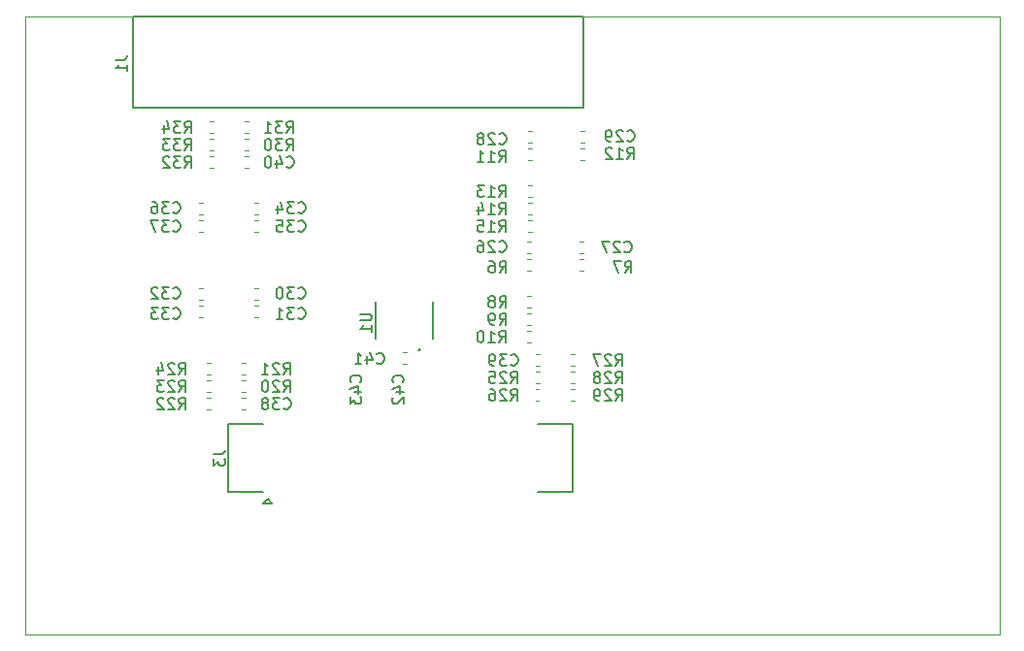
<source format=gbr>
G04 #@! TF.GenerationSoftware,KiCad,Pcbnew,5.1.5-52549c5~84~ubuntu18.04.1*
G04 #@! TF.CreationDate,2020-02-13T10:06:29-08:00*
G04 #@! TF.ProjectId,EthernetBoard,45746865-726e-4657-9442-6f6172642e6b,A*
G04 #@! TF.SameCoordinates,PX5f5e100PY5f5e100*
G04 #@! TF.FileFunction,Legend,Bot*
G04 #@! TF.FilePolarity,Positive*
%FSLAX46Y46*%
G04 Gerber Fmt 4.6, Leading zero omitted, Abs format (unit mm)*
G04 Created by KiCad (PCBNEW 5.1.5-52549c5~84~ubuntu18.04.1) date 2020-02-13 10:06:29*
%MOMM*%
%LPD*%
G04 APERTURE LIST*
%ADD10C,0.100000*%
%ADD11C,0.254000*%
%ADD12C,0.200000*%
%ADD13C,0.120000*%
%ADD14C,0.152400*%
%ADD15C,0.150000*%
%ADD16C,0.153000*%
G04 APERTURE END LIST*
D10*
X0Y-54000000D02*
X84999492Y-54000000D01*
X84999492Y0D02*
X84999492Y-54000000D01*
X0Y-54000000D02*
X0Y0D01*
X0Y0D02*
X84999492Y0D01*
D11*
X34422500Y-29106000D02*
G75*
G03X34422500Y-29106000I-52000J0D01*
G01*
D12*
X30583500Y-24943000D02*
X30583500Y-28143000D01*
X35583500Y-28143000D02*
X35583500Y-24943000D01*
D13*
X16418779Y-10162000D02*
X16093221Y-10162000D01*
X16418779Y-9142000D02*
X16093221Y-9142000D01*
X16418779Y-11686000D02*
X16093221Y-11686000D01*
X16418779Y-10666000D02*
X16093221Y-10666000D01*
X16093221Y-12190000D02*
X16418779Y-12190000D01*
X16093221Y-13210000D02*
X16418779Y-13210000D01*
X19141221Y-9142000D02*
X19466779Y-9142000D01*
X19141221Y-10162000D02*
X19466779Y-10162000D01*
X19141221Y-10666000D02*
X19466779Y-10666000D01*
X19141221Y-11686000D02*
X19466779Y-11686000D01*
X47589221Y-32510000D02*
X47914779Y-32510000D01*
X47589221Y-33530000D02*
X47914779Y-33530000D01*
X47589221Y-30986000D02*
X47914779Y-30986000D01*
X47589221Y-32006000D02*
X47914779Y-32006000D01*
X47914779Y-30482000D02*
X47589221Y-30482000D01*
X47914779Y-29462000D02*
X47589221Y-29462000D01*
X44841279Y-33530000D02*
X44515721Y-33530000D01*
X44841279Y-32510000D02*
X44515721Y-32510000D01*
X44866779Y-32006000D02*
X44541221Y-32006000D01*
X44866779Y-30986000D02*
X44541221Y-30986000D01*
X16164779Y-31307500D02*
X15839221Y-31307500D01*
X16164779Y-30287500D02*
X15839221Y-30287500D01*
X16164779Y-32831500D02*
X15839221Y-32831500D01*
X16164779Y-31811500D02*
X15839221Y-31811500D01*
X15839221Y-33335500D02*
X16164779Y-33335500D01*
X15839221Y-34355500D02*
X16164779Y-34355500D01*
X18887221Y-30287500D02*
X19212779Y-30287500D01*
X18887221Y-31307500D02*
X19212779Y-31307500D01*
X18887221Y-31811500D02*
X19212779Y-31811500D01*
X18887221Y-32831500D02*
X19212779Y-32831500D01*
X43906221Y-17778000D02*
X44231779Y-17778000D01*
X43906221Y-18798000D02*
X44231779Y-18798000D01*
X43906221Y-16254000D02*
X44231779Y-16254000D01*
X43906221Y-17274000D02*
X44231779Y-17274000D01*
X43906221Y-14730000D02*
X44231779Y-14730000D01*
X43906221Y-15750000D02*
X44231779Y-15750000D01*
X48478221Y-11555000D02*
X48803779Y-11555000D01*
X48478221Y-12575000D02*
X48803779Y-12575000D01*
X43906221Y-11555000D02*
X44231779Y-11555000D01*
X43906221Y-12575000D02*
X44231779Y-12575000D01*
X43779221Y-27430000D02*
X44104779Y-27430000D01*
X43779221Y-28450000D02*
X44104779Y-28450000D01*
X43779221Y-25906000D02*
X44104779Y-25906000D01*
X43779221Y-26926000D02*
X44104779Y-26926000D01*
X43779221Y-24382000D02*
X44104779Y-24382000D01*
X43779221Y-25402000D02*
X44104779Y-25402000D01*
X48351221Y-21207000D02*
X48676779Y-21207000D01*
X48351221Y-22227000D02*
X48676779Y-22227000D01*
X44104779Y-22227000D02*
X43779221Y-22227000D01*
X44104779Y-21207000D02*
X43779221Y-21207000D01*
X19141221Y-12190000D02*
X19466779Y-12190000D01*
X19141221Y-13210000D02*
X19466779Y-13210000D01*
X44866779Y-30482000D02*
X44541221Y-30482000D01*
X44866779Y-29462000D02*
X44541221Y-29462000D01*
X18887221Y-33335500D02*
X19212779Y-33335500D01*
X18887221Y-34355500D02*
X19212779Y-34355500D01*
X48803779Y-11051000D02*
X48478221Y-11051000D01*
X48803779Y-10031000D02*
X48478221Y-10031000D01*
X43906221Y-10031000D02*
X44231779Y-10031000D01*
X43906221Y-11051000D02*
X44231779Y-11051000D01*
X33258779Y-30304000D02*
X32933221Y-30304000D01*
X33258779Y-29284000D02*
X32933221Y-29284000D01*
X15204221Y-17778000D02*
X15529779Y-17778000D01*
X15204221Y-18798000D02*
X15529779Y-18798000D01*
X15204221Y-16254000D02*
X15529779Y-16254000D01*
X15204221Y-17274000D02*
X15529779Y-17274000D01*
X20355779Y-18798000D02*
X20030221Y-18798000D01*
X20355779Y-17778000D02*
X20030221Y-17778000D01*
X20355779Y-17274000D02*
X20030221Y-17274000D01*
X20355779Y-16254000D02*
X20030221Y-16254000D01*
X15204221Y-25271000D02*
X15529779Y-25271000D01*
X15204221Y-26291000D02*
X15529779Y-26291000D01*
X15204221Y-23747000D02*
X15529779Y-23747000D01*
X15204221Y-24767000D02*
X15529779Y-24767000D01*
X20355779Y-26291000D02*
X20030221Y-26291000D01*
X20355779Y-25271000D02*
X20030221Y-25271000D01*
X20355779Y-24767000D02*
X20030221Y-24767000D01*
X20355779Y-23747000D02*
X20030221Y-23747000D01*
X48676779Y-20703000D02*
X48351221Y-20703000D01*
X48676779Y-19683000D02*
X48351221Y-19683000D01*
X43779221Y-19683000D02*
X44104779Y-19683000D01*
X43779221Y-20703000D02*
X44104779Y-20703000D01*
D14*
X17750000Y-41550000D02*
X17750000Y-35550000D01*
X47750000Y-41550000D02*
X47750000Y-35550000D01*
X47750000Y-41550000D02*
X44750000Y-41550000D01*
X47750000Y-35550000D02*
X44750000Y-35550000D01*
X17750000Y-35550000D02*
X20750000Y-35550000D01*
X17750000Y-41550000D02*
X20750000Y-41550000D01*
X20750000Y-42550000D02*
X21150000Y-42150000D01*
X21150000Y-42150000D02*
X21550000Y-42550000D01*
X21550000Y-42550000D02*
X20750000Y-42550000D01*
D15*
X9400000Y-50000D02*
X48700000Y-50000D01*
X48700000Y-50000D02*
X48700000Y-7950000D01*
X9400000Y-50000D02*
X9400000Y-7950000D01*
X9400000Y-7950000D02*
X48700000Y-7950000D01*
D16*
X29262142Y-31945142D02*
X29309761Y-31897523D01*
X29357380Y-31754666D01*
X29357380Y-31659428D01*
X29309761Y-31516571D01*
X29214523Y-31421333D01*
X29119285Y-31373714D01*
X28928809Y-31326095D01*
X28785952Y-31326095D01*
X28595476Y-31373714D01*
X28500238Y-31421333D01*
X28405000Y-31516571D01*
X28357380Y-31659428D01*
X28357380Y-31754666D01*
X28405000Y-31897523D01*
X28452619Y-31945142D01*
X28690714Y-32802285D02*
X29357380Y-32802285D01*
X28309761Y-32564190D02*
X29024047Y-32326095D01*
X29024047Y-32945142D01*
X28357380Y-33230857D02*
X28357380Y-33849904D01*
X28738333Y-33516571D01*
X28738333Y-33659428D01*
X28785952Y-33754666D01*
X28833571Y-33802285D01*
X28928809Y-33849904D01*
X29166904Y-33849904D01*
X29262142Y-33802285D01*
X29309761Y-33754666D01*
X29357380Y-33659428D01*
X29357380Y-33373714D01*
X29309761Y-33278476D01*
X29262142Y-33230857D01*
X32945142Y-31945142D02*
X32992761Y-31897523D01*
X33040380Y-31754666D01*
X33040380Y-31659428D01*
X32992761Y-31516571D01*
X32897523Y-31421333D01*
X32802285Y-31373714D01*
X32611809Y-31326095D01*
X32468952Y-31326095D01*
X32278476Y-31373714D01*
X32183238Y-31421333D01*
X32088000Y-31516571D01*
X32040380Y-31659428D01*
X32040380Y-31754666D01*
X32088000Y-31897523D01*
X32135619Y-31945142D01*
X32373714Y-32802285D02*
X33040380Y-32802285D01*
X31992761Y-32564190D02*
X32707047Y-32326095D01*
X32707047Y-32945142D01*
X32135619Y-33278476D02*
X32088000Y-33326095D01*
X32040380Y-33421333D01*
X32040380Y-33659428D01*
X32088000Y-33754666D01*
X32135619Y-33802285D01*
X32230857Y-33849904D01*
X32326095Y-33849904D01*
X32468952Y-33802285D01*
X33040380Y-33230857D01*
X33040380Y-33849904D01*
X29246380Y-25984095D02*
X30055904Y-25984095D01*
X30151142Y-26031714D01*
X30198761Y-26079333D01*
X30246380Y-26174571D01*
X30246380Y-26365047D01*
X30198761Y-26460285D01*
X30151142Y-26507904D01*
X30055904Y-26555523D01*
X29246380Y-26555523D01*
X30246380Y-27555523D02*
X30246380Y-26984095D01*
X30246380Y-27269809D02*
X29246380Y-27269809D01*
X29389238Y-27174571D01*
X29484476Y-27079333D01*
X29532095Y-26984095D01*
X13926857Y-10180380D02*
X14260190Y-9704190D01*
X14498285Y-10180380D02*
X14498285Y-9180380D01*
X14117333Y-9180380D01*
X14022095Y-9228000D01*
X13974476Y-9275619D01*
X13926857Y-9370857D01*
X13926857Y-9513714D01*
X13974476Y-9608952D01*
X14022095Y-9656571D01*
X14117333Y-9704190D01*
X14498285Y-9704190D01*
X13593523Y-9180380D02*
X12974476Y-9180380D01*
X13307809Y-9561333D01*
X13164952Y-9561333D01*
X13069714Y-9608952D01*
X13022095Y-9656571D01*
X12974476Y-9751809D01*
X12974476Y-9989904D01*
X13022095Y-10085142D01*
X13069714Y-10132761D01*
X13164952Y-10180380D01*
X13450666Y-10180380D01*
X13545904Y-10132761D01*
X13593523Y-10085142D01*
X12117333Y-9513714D02*
X12117333Y-10180380D01*
X12355428Y-9132761D02*
X12593523Y-9847047D01*
X11974476Y-9847047D01*
X13926857Y-11704380D02*
X14260190Y-11228190D01*
X14498285Y-11704380D02*
X14498285Y-10704380D01*
X14117333Y-10704380D01*
X14022095Y-10752000D01*
X13974476Y-10799619D01*
X13926857Y-10894857D01*
X13926857Y-11037714D01*
X13974476Y-11132952D01*
X14022095Y-11180571D01*
X14117333Y-11228190D01*
X14498285Y-11228190D01*
X13593523Y-10704380D02*
X12974476Y-10704380D01*
X13307809Y-11085333D01*
X13164952Y-11085333D01*
X13069714Y-11132952D01*
X13022095Y-11180571D01*
X12974476Y-11275809D01*
X12974476Y-11513904D01*
X13022095Y-11609142D01*
X13069714Y-11656761D01*
X13164952Y-11704380D01*
X13450666Y-11704380D01*
X13545904Y-11656761D01*
X13593523Y-11609142D01*
X12641142Y-10704380D02*
X12022095Y-10704380D01*
X12355428Y-11085333D01*
X12212571Y-11085333D01*
X12117333Y-11132952D01*
X12069714Y-11180571D01*
X12022095Y-11275809D01*
X12022095Y-11513904D01*
X12069714Y-11609142D01*
X12117333Y-11656761D01*
X12212571Y-11704380D01*
X12498285Y-11704380D01*
X12593523Y-11656761D01*
X12641142Y-11609142D01*
X13926857Y-13228380D02*
X14260190Y-12752190D01*
X14498285Y-13228380D02*
X14498285Y-12228380D01*
X14117333Y-12228380D01*
X14022095Y-12276000D01*
X13974476Y-12323619D01*
X13926857Y-12418857D01*
X13926857Y-12561714D01*
X13974476Y-12656952D01*
X14022095Y-12704571D01*
X14117333Y-12752190D01*
X14498285Y-12752190D01*
X13593523Y-12228380D02*
X12974476Y-12228380D01*
X13307809Y-12609333D01*
X13164952Y-12609333D01*
X13069714Y-12656952D01*
X13022095Y-12704571D01*
X12974476Y-12799809D01*
X12974476Y-13037904D01*
X13022095Y-13133142D01*
X13069714Y-13180761D01*
X13164952Y-13228380D01*
X13450666Y-13228380D01*
X13545904Y-13180761D01*
X13593523Y-13133142D01*
X12593523Y-12323619D02*
X12545904Y-12276000D01*
X12450666Y-12228380D01*
X12212571Y-12228380D01*
X12117333Y-12276000D01*
X12069714Y-12323619D01*
X12022095Y-12418857D01*
X12022095Y-12514095D01*
X12069714Y-12656952D01*
X12641142Y-13228380D01*
X12022095Y-13228380D01*
X22816857Y-10180380D02*
X23150190Y-9704190D01*
X23388285Y-10180380D02*
X23388285Y-9180380D01*
X23007333Y-9180380D01*
X22912095Y-9228000D01*
X22864476Y-9275619D01*
X22816857Y-9370857D01*
X22816857Y-9513714D01*
X22864476Y-9608952D01*
X22912095Y-9656571D01*
X23007333Y-9704190D01*
X23388285Y-9704190D01*
X22483523Y-9180380D02*
X21864476Y-9180380D01*
X22197809Y-9561333D01*
X22054952Y-9561333D01*
X21959714Y-9608952D01*
X21912095Y-9656571D01*
X21864476Y-9751809D01*
X21864476Y-9989904D01*
X21912095Y-10085142D01*
X21959714Y-10132761D01*
X22054952Y-10180380D01*
X22340666Y-10180380D01*
X22435904Y-10132761D01*
X22483523Y-10085142D01*
X20912095Y-10180380D02*
X21483523Y-10180380D01*
X21197809Y-10180380D02*
X21197809Y-9180380D01*
X21293047Y-9323238D01*
X21388285Y-9418476D01*
X21483523Y-9466095D01*
X22816857Y-11704380D02*
X23150190Y-11228190D01*
X23388285Y-11704380D02*
X23388285Y-10704380D01*
X23007333Y-10704380D01*
X22912095Y-10752000D01*
X22864476Y-10799619D01*
X22816857Y-10894857D01*
X22816857Y-11037714D01*
X22864476Y-11132952D01*
X22912095Y-11180571D01*
X23007333Y-11228190D01*
X23388285Y-11228190D01*
X22483523Y-10704380D02*
X21864476Y-10704380D01*
X22197809Y-11085333D01*
X22054952Y-11085333D01*
X21959714Y-11132952D01*
X21912095Y-11180571D01*
X21864476Y-11275809D01*
X21864476Y-11513904D01*
X21912095Y-11609142D01*
X21959714Y-11656761D01*
X22054952Y-11704380D01*
X22340666Y-11704380D01*
X22435904Y-11656761D01*
X22483523Y-11609142D01*
X21245428Y-10704380D02*
X21150190Y-10704380D01*
X21054952Y-10752000D01*
X21007333Y-10799619D01*
X20959714Y-10894857D01*
X20912095Y-11085333D01*
X20912095Y-11323428D01*
X20959714Y-11513904D01*
X21007333Y-11609142D01*
X21054952Y-11656761D01*
X21150190Y-11704380D01*
X21245428Y-11704380D01*
X21340666Y-11656761D01*
X21388285Y-11609142D01*
X21435904Y-11513904D01*
X21483523Y-11323428D01*
X21483523Y-11085333D01*
X21435904Y-10894857D01*
X21388285Y-10799619D01*
X21340666Y-10752000D01*
X21245428Y-10704380D01*
X51518857Y-33548380D02*
X51852190Y-33072190D01*
X52090285Y-33548380D02*
X52090285Y-32548380D01*
X51709333Y-32548380D01*
X51614095Y-32596000D01*
X51566476Y-32643619D01*
X51518857Y-32738857D01*
X51518857Y-32881714D01*
X51566476Y-32976952D01*
X51614095Y-33024571D01*
X51709333Y-33072190D01*
X52090285Y-33072190D01*
X51137904Y-32643619D02*
X51090285Y-32596000D01*
X50995047Y-32548380D01*
X50756952Y-32548380D01*
X50661714Y-32596000D01*
X50614095Y-32643619D01*
X50566476Y-32738857D01*
X50566476Y-32834095D01*
X50614095Y-32976952D01*
X51185523Y-33548380D01*
X50566476Y-33548380D01*
X50090285Y-33548380D02*
X49899809Y-33548380D01*
X49804571Y-33500761D01*
X49756952Y-33453142D01*
X49661714Y-33310285D01*
X49614095Y-33119809D01*
X49614095Y-32738857D01*
X49661714Y-32643619D01*
X49709333Y-32596000D01*
X49804571Y-32548380D01*
X49995047Y-32548380D01*
X50090285Y-32596000D01*
X50137904Y-32643619D01*
X50185523Y-32738857D01*
X50185523Y-32976952D01*
X50137904Y-33072190D01*
X50090285Y-33119809D01*
X49995047Y-33167428D01*
X49804571Y-33167428D01*
X49709333Y-33119809D01*
X49661714Y-33072190D01*
X49614095Y-32976952D01*
X51518857Y-32024380D02*
X51852190Y-31548190D01*
X52090285Y-32024380D02*
X52090285Y-31024380D01*
X51709333Y-31024380D01*
X51614095Y-31072000D01*
X51566476Y-31119619D01*
X51518857Y-31214857D01*
X51518857Y-31357714D01*
X51566476Y-31452952D01*
X51614095Y-31500571D01*
X51709333Y-31548190D01*
X52090285Y-31548190D01*
X51137904Y-31119619D02*
X51090285Y-31072000D01*
X50995047Y-31024380D01*
X50756952Y-31024380D01*
X50661714Y-31072000D01*
X50614095Y-31119619D01*
X50566476Y-31214857D01*
X50566476Y-31310095D01*
X50614095Y-31452952D01*
X51185523Y-32024380D01*
X50566476Y-32024380D01*
X49995047Y-31452952D02*
X50090285Y-31405333D01*
X50137904Y-31357714D01*
X50185523Y-31262476D01*
X50185523Y-31214857D01*
X50137904Y-31119619D01*
X50090285Y-31072000D01*
X49995047Y-31024380D01*
X49804571Y-31024380D01*
X49709333Y-31072000D01*
X49661714Y-31119619D01*
X49614095Y-31214857D01*
X49614095Y-31262476D01*
X49661714Y-31357714D01*
X49709333Y-31405333D01*
X49804571Y-31452952D01*
X49995047Y-31452952D01*
X50090285Y-31500571D01*
X50137904Y-31548190D01*
X50185523Y-31643428D01*
X50185523Y-31833904D01*
X50137904Y-31929142D01*
X50090285Y-31976761D01*
X49995047Y-32024380D01*
X49804571Y-32024380D01*
X49709333Y-31976761D01*
X49661714Y-31929142D01*
X49614095Y-31833904D01*
X49614095Y-31643428D01*
X49661714Y-31548190D01*
X49709333Y-31500571D01*
X49804571Y-31452952D01*
X51518857Y-30500380D02*
X51852190Y-30024190D01*
X52090285Y-30500380D02*
X52090285Y-29500380D01*
X51709333Y-29500380D01*
X51614095Y-29548000D01*
X51566476Y-29595619D01*
X51518857Y-29690857D01*
X51518857Y-29833714D01*
X51566476Y-29928952D01*
X51614095Y-29976571D01*
X51709333Y-30024190D01*
X52090285Y-30024190D01*
X51137904Y-29595619D02*
X51090285Y-29548000D01*
X50995047Y-29500380D01*
X50756952Y-29500380D01*
X50661714Y-29548000D01*
X50614095Y-29595619D01*
X50566476Y-29690857D01*
X50566476Y-29786095D01*
X50614095Y-29928952D01*
X51185523Y-30500380D01*
X50566476Y-30500380D01*
X50233142Y-29500380D02*
X49566476Y-29500380D01*
X49995047Y-30500380D01*
X42374857Y-33548380D02*
X42708190Y-33072190D01*
X42946285Y-33548380D02*
X42946285Y-32548380D01*
X42565333Y-32548380D01*
X42470095Y-32596000D01*
X42422476Y-32643619D01*
X42374857Y-32738857D01*
X42374857Y-32881714D01*
X42422476Y-32976952D01*
X42470095Y-33024571D01*
X42565333Y-33072190D01*
X42946285Y-33072190D01*
X41993904Y-32643619D02*
X41946285Y-32596000D01*
X41851047Y-32548380D01*
X41612952Y-32548380D01*
X41517714Y-32596000D01*
X41470095Y-32643619D01*
X41422476Y-32738857D01*
X41422476Y-32834095D01*
X41470095Y-32976952D01*
X42041523Y-33548380D01*
X41422476Y-33548380D01*
X40565333Y-32548380D02*
X40755809Y-32548380D01*
X40851047Y-32596000D01*
X40898666Y-32643619D01*
X40993904Y-32786476D01*
X41041523Y-32976952D01*
X41041523Y-33357904D01*
X40993904Y-33453142D01*
X40946285Y-33500761D01*
X40851047Y-33548380D01*
X40660571Y-33548380D01*
X40565333Y-33500761D01*
X40517714Y-33453142D01*
X40470095Y-33357904D01*
X40470095Y-33119809D01*
X40517714Y-33024571D01*
X40565333Y-32976952D01*
X40660571Y-32929333D01*
X40851047Y-32929333D01*
X40946285Y-32976952D01*
X40993904Y-33024571D01*
X41041523Y-33119809D01*
X42374857Y-32024380D02*
X42708190Y-31548190D01*
X42946285Y-32024380D02*
X42946285Y-31024380D01*
X42565333Y-31024380D01*
X42470095Y-31072000D01*
X42422476Y-31119619D01*
X42374857Y-31214857D01*
X42374857Y-31357714D01*
X42422476Y-31452952D01*
X42470095Y-31500571D01*
X42565333Y-31548190D01*
X42946285Y-31548190D01*
X41993904Y-31119619D02*
X41946285Y-31072000D01*
X41851047Y-31024380D01*
X41612952Y-31024380D01*
X41517714Y-31072000D01*
X41470095Y-31119619D01*
X41422476Y-31214857D01*
X41422476Y-31310095D01*
X41470095Y-31452952D01*
X42041523Y-32024380D01*
X41422476Y-32024380D01*
X40517714Y-31024380D02*
X40993904Y-31024380D01*
X41041523Y-31500571D01*
X40993904Y-31452952D01*
X40898666Y-31405333D01*
X40660571Y-31405333D01*
X40565333Y-31452952D01*
X40517714Y-31500571D01*
X40470095Y-31595809D01*
X40470095Y-31833904D01*
X40517714Y-31929142D01*
X40565333Y-31976761D01*
X40660571Y-32024380D01*
X40898666Y-32024380D01*
X40993904Y-31976761D01*
X41041523Y-31929142D01*
X13418857Y-31262380D02*
X13752190Y-30786190D01*
X13990285Y-31262380D02*
X13990285Y-30262380D01*
X13609333Y-30262380D01*
X13514095Y-30310000D01*
X13466476Y-30357619D01*
X13418857Y-30452857D01*
X13418857Y-30595714D01*
X13466476Y-30690952D01*
X13514095Y-30738571D01*
X13609333Y-30786190D01*
X13990285Y-30786190D01*
X13037904Y-30357619D02*
X12990285Y-30310000D01*
X12895047Y-30262380D01*
X12656952Y-30262380D01*
X12561714Y-30310000D01*
X12514095Y-30357619D01*
X12466476Y-30452857D01*
X12466476Y-30548095D01*
X12514095Y-30690952D01*
X13085523Y-31262380D01*
X12466476Y-31262380D01*
X11609333Y-30595714D02*
X11609333Y-31262380D01*
X11847428Y-30214761D02*
X12085523Y-30929047D01*
X11466476Y-30929047D01*
X13418857Y-32786380D02*
X13752190Y-32310190D01*
X13990285Y-32786380D02*
X13990285Y-31786380D01*
X13609333Y-31786380D01*
X13514095Y-31834000D01*
X13466476Y-31881619D01*
X13418857Y-31976857D01*
X13418857Y-32119714D01*
X13466476Y-32214952D01*
X13514095Y-32262571D01*
X13609333Y-32310190D01*
X13990285Y-32310190D01*
X13037904Y-31881619D02*
X12990285Y-31834000D01*
X12895047Y-31786380D01*
X12656952Y-31786380D01*
X12561714Y-31834000D01*
X12514095Y-31881619D01*
X12466476Y-31976857D01*
X12466476Y-32072095D01*
X12514095Y-32214952D01*
X13085523Y-32786380D01*
X12466476Y-32786380D01*
X12133142Y-31786380D02*
X11514095Y-31786380D01*
X11847428Y-32167333D01*
X11704571Y-32167333D01*
X11609333Y-32214952D01*
X11561714Y-32262571D01*
X11514095Y-32357809D01*
X11514095Y-32595904D01*
X11561714Y-32691142D01*
X11609333Y-32738761D01*
X11704571Y-32786380D01*
X11990285Y-32786380D01*
X12085523Y-32738761D01*
X12133142Y-32691142D01*
X13418857Y-34310380D02*
X13752190Y-33834190D01*
X13990285Y-34310380D02*
X13990285Y-33310380D01*
X13609333Y-33310380D01*
X13514095Y-33358000D01*
X13466476Y-33405619D01*
X13418857Y-33500857D01*
X13418857Y-33643714D01*
X13466476Y-33738952D01*
X13514095Y-33786571D01*
X13609333Y-33834190D01*
X13990285Y-33834190D01*
X13037904Y-33405619D02*
X12990285Y-33358000D01*
X12895047Y-33310380D01*
X12656952Y-33310380D01*
X12561714Y-33358000D01*
X12514095Y-33405619D01*
X12466476Y-33500857D01*
X12466476Y-33596095D01*
X12514095Y-33738952D01*
X13085523Y-34310380D01*
X12466476Y-34310380D01*
X12085523Y-33405619D02*
X12037904Y-33358000D01*
X11942666Y-33310380D01*
X11704571Y-33310380D01*
X11609333Y-33358000D01*
X11561714Y-33405619D01*
X11514095Y-33500857D01*
X11514095Y-33596095D01*
X11561714Y-33738952D01*
X12133142Y-34310380D01*
X11514095Y-34310380D01*
X22562857Y-31262380D02*
X22896190Y-30786190D01*
X23134285Y-31262380D02*
X23134285Y-30262380D01*
X22753333Y-30262380D01*
X22658095Y-30310000D01*
X22610476Y-30357619D01*
X22562857Y-30452857D01*
X22562857Y-30595714D01*
X22610476Y-30690952D01*
X22658095Y-30738571D01*
X22753333Y-30786190D01*
X23134285Y-30786190D01*
X22181904Y-30357619D02*
X22134285Y-30310000D01*
X22039047Y-30262380D01*
X21800952Y-30262380D01*
X21705714Y-30310000D01*
X21658095Y-30357619D01*
X21610476Y-30452857D01*
X21610476Y-30548095D01*
X21658095Y-30690952D01*
X22229523Y-31262380D01*
X21610476Y-31262380D01*
X20658095Y-31262380D02*
X21229523Y-31262380D01*
X20943809Y-31262380D02*
X20943809Y-30262380D01*
X21039047Y-30405238D01*
X21134285Y-30500476D01*
X21229523Y-30548095D01*
X22562857Y-32786380D02*
X22896190Y-32310190D01*
X23134285Y-32786380D02*
X23134285Y-31786380D01*
X22753333Y-31786380D01*
X22658095Y-31834000D01*
X22610476Y-31881619D01*
X22562857Y-31976857D01*
X22562857Y-32119714D01*
X22610476Y-32214952D01*
X22658095Y-32262571D01*
X22753333Y-32310190D01*
X23134285Y-32310190D01*
X22181904Y-31881619D02*
X22134285Y-31834000D01*
X22039047Y-31786380D01*
X21800952Y-31786380D01*
X21705714Y-31834000D01*
X21658095Y-31881619D01*
X21610476Y-31976857D01*
X21610476Y-32072095D01*
X21658095Y-32214952D01*
X22229523Y-32786380D01*
X21610476Y-32786380D01*
X20991428Y-31786380D02*
X20896190Y-31786380D01*
X20800952Y-31834000D01*
X20753333Y-31881619D01*
X20705714Y-31976857D01*
X20658095Y-32167333D01*
X20658095Y-32405428D01*
X20705714Y-32595904D01*
X20753333Y-32691142D01*
X20800952Y-32738761D01*
X20896190Y-32786380D01*
X20991428Y-32786380D01*
X21086666Y-32738761D01*
X21134285Y-32691142D01*
X21181904Y-32595904D01*
X21229523Y-32405428D01*
X21229523Y-32167333D01*
X21181904Y-31976857D01*
X21134285Y-31881619D01*
X21086666Y-31834000D01*
X20991428Y-31786380D01*
X41358857Y-18816380D02*
X41692190Y-18340190D01*
X41930285Y-18816380D02*
X41930285Y-17816380D01*
X41549333Y-17816380D01*
X41454095Y-17864000D01*
X41406476Y-17911619D01*
X41358857Y-18006857D01*
X41358857Y-18149714D01*
X41406476Y-18244952D01*
X41454095Y-18292571D01*
X41549333Y-18340190D01*
X41930285Y-18340190D01*
X40406476Y-18816380D02*
X40977904Y-18816380D01*
X40692190Y-18816380D02*
X40692190Y-17816380D01*
X40787428Y-17959238D01*
X40882666Y-18054476D01*
X40977904Y-18102095D01*
X39501714Y-17816380D02*
X39977904Y-17816380D01*
X40025523Y-18292571D01*
X39977904Y-18244952D01*
X39882666Y-18197333D01*
X39644571Y-18197333D01*
X39549333Y-18244952D01*
X39501714Y-18292571D01*
X39454095Y-18387809D01*
X39454095Y-18625904D01*
X39501714Y-18721142D01*
X39549333Y-18768761D01*
X39644571Y-18816380D01*
X39882666Y-18816380D01*
X39977904Y-18768761D01*
X40025523Y-18721142D01*
X41358857Y-17292380D02*
X41692190Y-16816190D01*
X41930285Y-17292380D02*
X41930285Y-16292380D01*
X41549333Y-16292380D01*
X41454095Y-16340000D01*
X41406476Y-16387619D01*
X41358857Y-16482857D01*
X41358857Y-16625714D01*
X41406476Y-16720952D01*
X41454095Y-16768571D01*
X41549333Y-16816190D01*
X41930285Y-16816190D01*
X40406476Y-17292380D02*
X40977904Y-17292380D01*
X40692190Y-17292380D02*
X40692190Y-16292380D01*
X40787428Y-16435238D01*
X40882666Y-16530476D01*
X40977904Y-16578095D01*
X39549333Y-16625714D02*
X39549333Y-17292380D01*
X39787428Y-16244761D02*
X40025523Y-16959047D01*
X39406476Y-16959047D01*
X41358857Y-15768380D02*
X41692190Y-15292190D01*
X41930285Y-15768380D02*
X41930285Y-14768380D01*
X41549333Y-14768380D01*
X41454095Y-14816000D01*
X41406476Y-14863619D01*
X41358857Y-14958857D01*
X41358857Y-15101714D01*
X41406476Y-15196952D01*
X41454095Y-15244571D01*
X41549333Y-15292190D01*
X41930285Y-15292190D01*
X40406476Y-15768380D02*
X40977904Y-15768380D01*
X40692190Y-15768380D02*
X40692190Y-14768380D01*
X40787428Y-14911238D01*
X40882666Y-15006476D01*
X40977904Y-15054095D01*
X40073142Y-14768380D02*
X39454095Y-14768380D01*
X39787428Y-15149333D01*
X39644571Y-15149333D01*
X39549333Y-15196952D01*
X39501714Y-15244571D01*
X39454095Y-15339809D01*
X39454095Y-15577904D01*
X39501714Y-15673142D01*
X39549333Y-15720761D01*
X39644571Y-15768380D01*
X39930285Y-15768380D01*
X40025523Y-15720761D01*
X40073142Y-15673142D01*
X52534857Y-12466380D02*
X52868190Y-11990190D01*
X53106285Y-12466380D02*
X53106285Y-11466380D01*
X52725333Y-11466380D01*
X52630095Y-11514000D01*
X52582476Y-11561619D01*
X52534857Y-11656857D01*
X52534857Y-11799714D01*
X52582476Y-11894952D01*
X52630095Y-11942571D01*
X52725333Y-11990190D01*
X53106285Y-11990190D01*
X51582476Y-12466380D02*
X52153904Y-12466380D01*
X51868190Y-12466380D02*
X51868190Y-11466380D01*
X51963428Y-11609238D01*
X52058666Y-11704476D01*
X52153904Y-11752095D01*
X51201523Y-11561619D02*
X51153904Y-11514000D01*
X51058666Y-11466380D01*
X50820571Y-11466380D01*
X50725333Y-11514000D01*
X50677714Y-11561619D01*
X50630095Y-11656857D01*
X50630095Y-11752095D01*
X50677714Y-11894952D01*
X51249142Y-12466380D01*
X50630095Y-12466380D01*
X41358857Y-12720380D02*
X41692190Y-12244190D01*
X41930285Y-12720380D02*
X41930285Y-11720380D01*
X41549333Y-11720380D01*
X41454095Y-11768000D01*
X41406476Y-11815619D01*
X41358857Y-11910857D01*
X41358857Y-12053714D01*
X41406476Y-12148952D01*
X41454095Y-12196571D01*
X41549333Y-12244190D01*
X41930285Y-12244190D01*
X40406476Y-12720380D02*
X40977904Y-12720380D01*
X40692190Y-12720380D02*
X40692190Y-11720380D01*
X40787428Y-11863238D01*
X40882666Y-11958476D01*
X40977904Y-12006095D01*
X39454095Y-12720380D02*
X40025523Y-12720380D01*
X39739809Y-12720380D02*
X39739809Y-11720380D01*
X39835047Y-11863238D01*
X39930285Y-11958476D01*
X40025523Y-12006095D01*
X41358857Y-28468380D02*
X41692190Y-27992190D01*
X41930285Y-28468380D02*
X41930285Y-27468380D01*
X41549333Y-27468380D01*
X41454095Y-27516000D01*
X41406476Y-27563619D01*
X41358857Y-27658857D01*
X41358857Y-27801714D01*
X41406476Y-27896952D01*
X41454095Y-27944571D01*
X41549333Y-27992190D01*
X41930285Y-27992190D01*
X40406476Y-28468380D02*
X40977904Y-28468380D01*
X40692190Y-28468380D02*
X40692190Y-27468380D01*
X40787428Y-27611238D01*
X40882666Y-27706476D01*
X40977904Y-27754095D01*
X39787428Y-27468380D02*
X39692190Y-27468380D01*
X39596952Y-27516000D01*
X39549333Y-27563619D01*
X39501714Y-27658857D01*
X39454095Y-27849333D01*
X39454095Y-28087428D01*
X39501714Y-28277904D01*
X39549333Y-28373142D01*
X39596952Y-28420761D01*
X39692190Y-28468380D01*
X39787428Y-28468380D01*
X39882666Y-28420761D01*
X39930285Y-28373142D01*
X39977904Y-28277904D01*
X40025523Y-28087428D01*
X40025523Y-27849333D01*
X39977904Y-27658857D01*
X39930285Y-27563619D01*
X39882666Y-27516000D01*
X39787428Y-27468380D01*
X41390666Y-26944380D02*
X41724000Y-26468190D01*
X41962095Y-26944380D02*
X41962095Y-25944380D01*
X41581142Y-25944380D01*
X41485904Y-25992000D01*
X41438285Y-26039619D01*
X41390666Y-26134857D01*
X41390666Y-26277714D01*
X41438285Y-26372952D01*
X41485904Y-26420571D01*
X41581142Y-26468190D01*
X41962095Y-26468190D01*
X40914476Y-26944380D02*
X40724000Y-26944380D01*
X40628761Y-26896761D01*
X40581142Y-26849142D01*
X40485904Y-26706285D01*
X40438285Y-26515809D01*
X40438285Y-26134857D01*
X40485904Y-26039619D01*
X40533523Y-25992000D01*
X40628761Y-25944380D01*
X40819238Y-25944380D01*
X40914476Y-25992000D01*
X40962095Y-26039619D01*
X41009714Y-26134857D01*
X41009714Y-26372952D01*
X40962095Y-26468190D01*
X40914476Y-26515809D01*
X40819238Y-26563428D01*
X40628761Y-26563428D01*
X40533523Y-26515809D01*
X40485904Y-26468190D01*
X40438285Y-26372952D01*
X41390666Y-25420380D02*
X41724000Y-24944190D01*
X41962095Y-25420380D02*
X41962095Y-24420380D01*
X41581142Y-24420380D01*
X41485904Y-24468000D01*
X41438285Y-24515619D01*
X41390666Y-24610857D01*
X41390666Y-24753714D01*
X41438285Y-24848952D01*
X41485904Y-24896571D01*
X41581142Y-24944190D01*
X41962095Y-24944190D01*
X40819238Y-24848952D02*
X40914476Y-24801333D01*
X40962095Y-24753714D01*
X41009714Y-24658476D01*
X41009714Y-24610857D01*
X40962095Y-24515619D01*
X40914476Y-24468000D01*
X40819238Y-24420380D01*
X40628761Y-24420380D01*
X40533523Y-24468000D01*
X40485904Y-24515619D01*
X40438285Y-24610857D01*
X40438285Y-24658476D01*
X40485904Y-24753714D01*
X40533523Y-24801333D01*
X40628761Y-24848952D01*
X40819238Y-24848952D01*
X40914476Y-24896571D01*
X40962095Y-24944190D01*
X41009714Y-25039428D01*
X41009714Y-25229904D01*
X40962095Y-25325142D01*
X40914476Y-25372761D01*
X40819238Y-25420380D01*
X40628761Y-25420380D01*
X40533523Y-25372761D01*
X40485904Y-25325142D01*
X40438285Y-25229904D01*
X40438285Y-25039428D01*
X40485904Y-24944190D01*
X40533523Y-24896571D01*
X40628761Y-24848952D01*
X52312666Y-22372380D02*
X52646000Y-21896190D01*
X52884095Y-22372380D02*
X52884095Y-21372380D01*
X52503142Y-21372380D01*
X52407904Y-21420000D01*
X52360285Y-21467619D01*
X52312666Y-21562857D01*
X52312666Y-21705714D01*
X52360285Y-21800952D01*
X52407904Y-21848571D01*
X52503142Y-21896190D01*
X52884095Y-21896190D01*
X51979333Y-21372380D02*
X51312666Y-21372380D01*
X51741238Y-22372380D01*
X41390666Y-22372380D02*
X41724000Y-21896190D01*
X41962095Y-22372380D02*
X41962095Y-21372380D01*
X41581142Y-21372380D01*
X41485904Y-21420000D01*
X41438285Y-21467619D01*
X41390666Y-21562857D01*
X41390666Y-21705714D01*
X41438285Y-21800952D01*
X41485904Y-21848571D01*
X41581142Y-21896190D01*
X41962095Y-21896190D01*
X40533523Y-21372380D02*
X40724000Y-21372380D01*
X40819238Y-21420000D01*
X40866857Y-21467619D01*
X40962095Y-21610476D01*
X41009714Y-21800952D01*
X41009714Y-22181904D01*
X40962095Y-22277142D01*
X40914476Y-22324761D01*
X40819238Y-22372380D01*
X40628761Y-22372380D01*
X40533523Y-22324761D01*
X40485904Y-22277142D01*
X40438285Y-22181904D01*
X40438285Y-21943809D01*
X40485904Y-21848571D01*
X40533523Y-21800952D01*
X40628761Y-21753333D01*
X40819238Y-21753333D01*
X40914476Y-21800952D01*
X40962095Y-21848571D01*
X41009714Y-21943809D01*
X22816857Y-13133142D02*
X22864476Y-13180761D01*
X23007333Y-13228380D01*
X23102571Y-13228380D01*
X23245428Y-13180761D01*
X23340666Y-13085523D01*
X23388285Y-12990285D01*
X23435904Y-12799809D01*
X23435904Y-12656952D01*
X23388285Y-12466476D01*
X23340666Y-12371238D01*
X23245428Y-12276000D01*
X23102571Y-12228380D01*
X23007333Y-12228380D01*
X22864476Y-12276000D01*
X22816857Y-12323619D01*
X21959714Y-12561714D02*
X21959714Y-13228380D01*
X22197809Y-12180761D02*
X22435904Y-12895047D01*
X21816857Y-12895047D01*
X21245428Y-12228380D02*
X21150190Y-12228380D01*
X21054952Y-12276000D01*
X21007333Y-12323619D01*
X20959714Y-12418857D01*
X20912095Y-12609333D01*
X20912095Y-12847428D01*
X20959714Y-13037904D01*
X21007333Y-13133142D01*
X21054952Y-13180761D01*
X21150190Y-13228380D01*
X21245428Y-13228380D01*
X21340666Y-13180761D01*
X21388285Y-13133142D01*
X21435904Y-13037904D01*
X21483523Y-12847428D01*
X21483523Y-12609333D01*
X21435904Y-12418857D01*
X21388285Y-12323619D01*
X21340666Y-12276000D01*
X21245428Y-12228380D01*
X42374857Y-30405142D02*
X42422476Y-30452761D01*
X42565333Y-30500380D01*
X42660571Y-30500380D01*
X42803428Y-30452761D01*
X42898666Y-30357523D01*
X42946285Y-30262285D01*
X42993904Y-30071809D01*
X42993904Y-29928952D01*
X42946285Y-29738476D01*
X42898666Y-29643238D01*
X42803428Y-29548000D01*
X42660571Y-29500380D01*
X42565333Y-29500380D01*
X42422476Y-29548000D01*
X42374857Y-29595619D01*
X42041523Y-29500380D02*
X41422476Y-29500380D01*
X41755809Y-29881333D01*
X41612952Y-29881333D01*
X41517714Y-29928952D01*
X41470095Y-29976571D01*
X41422476Y-30071809D01*
X41422476Y-30309904D01*
X41470095Y-30405142D01*
X41517714Y-30452761D01*
X41612952Y-30500380D01*
X41898666Y-30500380D01*
X41993904Y-30452761D01*
X42041523Y-30405142D01*
X40946285Y-30500380D02*
X40755809Y-30500380D01*
X40660571Y-30452761D01*
X40612952Y-30405142D01*
X40517714Y-30262285D01*
X40470095Y-30071809D01*
X40470095Y-29690857D01*
X40517714Y-29595619D01*
X40565333Y-29548000D01*
X40660571Y-29500380D01*
X40851047Y-29500380D01*
X40946285Y-29548000D01*
X40993904Y-29595619D01*
X41041523Y-29690857D01*
X41041523Y-29928952D01*
X40993904Y-30024190D01*
X40946285Y-30071809D01*
X40851047Y-30119428D01*
X40660571Y-30119428D01*
X40565333Y-30071809D01*
X40517714Y-30024190D01*
X40470095Y-29928952D01*
X22562857Y-34215142D02*
X22610476Y-34262761D01*
X22753333Y-34310380D01*
X22848571Y-34310380D01*
X22991428Y-34262761D01*
X23086666Y-34167523D01*
X23134285Y-34072285D01*
X23181904Y-33881809D01*
X23181904Y-33738952D01*
X23134285Y-33548476D01*
X23086666Y-33453238D01*
X22991428Y-33358000D01*
X22848571Y-33310380D01*
X22753333Y-33310380D01*
X22610476Y-33358000D01*
X22562857Y-33405619D01*
X22229523Y-33310380D02*
X21610476Y-33310380D01*
X21943809Y-33691333D01*
X21800952Y-33691333D01*
X21705714Y-33738952D01*
X21658095Y-33786571D01*
X21610476Y-33881809D01*
X21610476Y-34119904D01*
X21658095Y-34215142D01*
X21705714Y-34262761D01*
X21800952Y-34310380D01*
X22086666Y-34310380D01*
X22181904Y-34262761D01*
X22229523Y-34215142D01*
X21039047Y-33738952D02*
X21134285Y-33691333D01*
X21181904Y-33643714D01*
X21229523Y-33548476D01*
X21229523Y-33500857D01*
X21181904Y-33405619D01*
X21134285Y-33358000D01*
X21039047Y-33310380D01*
X20848571Y-33310380D01*
X20753333Y-33358000D01*
X20705714Y-33405619D01*
X20658095Y-33500857D01*
X20658095Y-33548476D01*
X20705714Y-33643714D01*
X20753333Y-33691333D01*
X20848571Y-33738952D01*
X21039047Y-33738952D01*
X21134285Y-33786571D01*
X21181904Y-33834190D01*
X21229523Y-33929428D01*
X21229523Y-34119904D01*
X21181904Y-34215142D01*
X21134285Y-34262761D01*
X21039047Y-34310380D01*
X20848571Y-34310380D01*
X20753333Y-34262761D01*
X20705714Y-34215142D01*
X20658095Y-34119904D01*
X20658095Y-33929428D01*
X20705714Y-33834190D01*
X20753333Y-33786571D01*
X20848571Y-33738952D01*
X52534857Y-10847142D02*
X52582476Y-10894761D01*
X52725333Y-10942380D01*
X52820571Y-10942380D01*
X52963428Y-10894761D01*
X53058666Y-10799523D01*
X53106285Y-10704285D01*
X53153904Y-10513809D01*
X53153904Y-10370952D01*
X53106285Y-10180476D01*
X53058666Y-10085238D01*
X52963428Y-9990000D01*
X52820571Y-9942380D01*
X52725333Y-9942380D01*
X52582476Y-9990000D01*
X52534857Y-10037619D01*
X52153904Y-10037619D02*
X52106285Y-9990000D01*
X52011047Y-9942380D01*
X51772952Y-9942380D01*
X51677714Y-9990000D01*
X51630095Y-10037619D01*
X51582476Y-10132857D01*
X51582476Y-10228095D01*
X51630095Y-10370952D01*
X52201523Y-10942380D01*
X51582476Y-10942380D01*
X51106285Y-10942380D02*
X50915809Y-10942380D01*
X50820571Y-10894761D01*
X50772952Y-10847142D01*
X50677714Y-10704285D01*
X50630095Y-10513809D01*
X50630095Y-10132857D01*
X50677714Y-10037619D01*
X50725333Y-9990000D01*
X50820571Y-9942380D01*
X51011047Y-9942380D01*
X51106285Y-9990000D01*
X51153904Y-10037619D01*
X51201523Y-10132857D01*
X51201523Y-10370952D01*
X51153904Y-10466190D01*
X51106285Y-10513809D01*
X51011047Y-10561428D01*
X50820571Y-10561428D01*
X50725333Y-10513809D01*
X50677714Y-10466190D01*
X50630095Y-10370952D01*
X41358857Y-11101142D02*
X41406476Y-11148761D01*
X41549333Y-11196380D01*
X41644571Y-11196380D01*
X41787428Y-11148761D01*
X41882666Y-11053523D01*
X41930285Y-10958285D01*
X41977904Y-10767809D01*
X41977904Y-10624952D01*
X41930285Y-10434476D01*
X41882666Y-10339238D01*
X41787428Y-10244000D01*
X41644571Y-10196380D01*
X41549333Y-10196380D01*
X41406476Y-10244000D01*
X41358857Y-10291619D01*
X40977904Y-10291619D02*
X40930285Y-10244000D01*
X40835047Y-10196380D01*
X40596952Y-10196380D01*
X40501714Y-10244000D01*
X40454095Y-10291619D01*
X40406476Y-10386857D01*
X40406476Y-10482095D01*
X40454095Y-10624952D01*
X41025523Y-11196380D01*
X40406476Y-11196380D01*
X39835047Y-10624952D02*
X39930285Y-10577333D01*
X39977904Y-10529714D01*
X40025523Y-10434476D01*
X40025523Y-10386857D01*
X39977904Y-10291619D01*
X39930285Y-10244000D01*
X39835047Y-10196380D01*
X39644571Y-10196380D01*
X39549333Y-10244000D01*
X39501714Y-10291619D01*
X39454095Y-10386857D01*
X39454095Y-10434476D01*
X39501714Y-10529714D01*
X39549333Y-10577333D01*
X39644571Y-10624952D01*
X39835047Y-10624952D01*
X39930285Y-10672571D01*
X39977904Y-10720190D01*
X40025523Y-10815428D01*
X40025523Y-11005904D01*
X39977904Y-11101142D01*
X39930285Y-11148761D01*
X39835047Y-11196380D01*
X39644571Y-11196380D01*
X39549333Y-11148761D01*
X39501714Y-11101142D01*
X39454095Y-11005904D01*
X39454095Y-10815428D01*
X39501714Y-10720190D01*
X39549333Y-10672571D01*
X39644571Y-10624952D01*
X30690857Y-30278142D02*
X30738476Y-30325761D01*
X30881333Y-30373380D01*
X30976571Y-30373380D01*
X31119428Y-30325761D01*
X31214666Y-30230523D01*
X31262285Y-30135285D01*
X31309904Y-29944809D01*
X31309904Y-29801952D01*
X31262285Y-29611476D01*
X31214666Y-29516238D01*
X31119428Y-29421000D01*
X30976571Y-29373380D01*
X30881333Y-29373380D01*
X30738476Y-29421000D01*
X30690857Y-29468619D01*
X29833714Y-29706714D02*
X29833714Y-30373380D01*
X30071809Y-29325761D02*
X30309904Y-30040047D01*
X29690857Y-30040047D01*
X28786095Y-30373380D02*
X29357523Y-30373380D01*
X29071809Y-30373380D02*
X29071809Y-29373380D01*
X29167047Y-29516238D01*
X29262285Y-29611476D01*
X29357523Y-29659095D01*
X12910857Y-18721142D02*
X12958476Y-18768761D01*
X13101333Y-18816380D01*
X13196571Y-18816380D01*
X13339428Y-18768761D01*
X13434666Y-18673523D01*
X13482285Y-18578285D01*
X13529904Y-18387809D01*
X13529904Y-18244952D01*
X13482285Y-18054476D01*
X13434666Y-17959238D01*
X13339428Y-17864000D01*
X13196571Y-17816380D01*
X13101333Y-17816380D01*
X12958476Y-17864000D01*
X12910857Y-17911619D01*
X12577523Y-17816380D02*
X11958476Y-17816380D01*
X12291809Y-18197333D01*
X12148952Y-18197333D01*
X12053714Y-18244952D01*
X12006095Y-18292571D01*
X11958476Y-18387809D01*
X11958476Y-18625904D01*
X12006095Y-18721142D01*
X12053714Y-18768761D01*
X12148952Y-18816380D01*
X12434666Y-18816380D01*
X12529904Y-18768761D01*
X12577523Y-18721142D01*
X11625142Y-17816380D02*
X10958476Y-17816380D01*
X11387047Y-18816380D01*
X12910857Y-17121142D02*
X12958476Y-17168761D01*
X13101333Y-17216380D01*
X13196571Y-17216380D01*
X13339428Y-17168761D01*
X13434666Y-17073523D01*
X13482285Y-16978285D01*
X13529904Y-16787809D01*
X13529904Y-16644952D01*
X13482285Y-16454476D01*
X13434666Y-16359238D01*
X13339428Y-16264000D01*
X13196571Y-16216380D01*
X13101333Y-16216380D01*
X12958476Y-16264000D01*
X12910857Y-16311619D01*
X12577523Y-16216380D02*
X11958476Y-16216380D01*
X12291809Y-16597333D01*
X12148952Y-16597333D01*
X12053714Y-16644952D01*
X12006095Y-16692571D01*
X11958476Y-16787809D01*
X11958476Y-17025904D01*
X12006095Y-17121142D01*
X12053714Y-17168761D01*
X12148952Y-17216380D01*
X12434666Y-17216380D01*
X12529904Y-17168761D01*
X12577523Y-17121142D01*
X11101333Y-16216380D02*
X11291809Y-16216380D01*
X11387047Y-16264000D01*
X11434666Y-16311619D01*
X11529904Y-16454476D01*
X11577523Y-16644952D01*
X11577523Y-17025904D01*
X11529904Y-17121142D01*
X11482285Y-17168761D01*
X11387047Y-17216380D01*
X11196571Y-17216380D01*
X11101333Y-17168761D01*
X11053714Y-17121142D01*
X11006095Y-17025904D01*
X11006095Y-16787809D01*
X11053714Y-16692571D01*
X11101333Y-16644952D01*
X11196571Y-16597333D01*
X11387047Y-16597333D01*
X11482285Y-16644952D01*
X11529904Y-16692571D01*
X11577523Y-16787809D01*
X23832857Y-18721142D02*
X23880476Y-18768761D01*
X24023333Y-18816380D01*
X24118571Y-18816380D01*
X24261428Y-18768761D01*
X24356666Y-18673523D01*
X24404285Y-18578285D01*
X24451904Y-18387809D01*
X24451904Y-18244952D01*
X24404285Y-18054476D01*
X24356666Y-17959238D01*
X24261428Y-17864000D01*
X24118571Y-17816380D01*
X24023333Y-17816380D01*
X23880476Y-17864000D01*
X23832857Y-17911619D01*
X23499523Y-17816380D02*
X22880476Y-17816380D01*
X23213809Y-18197333D01*
X23070952Y-18197333D01*
X22975714Y-18244952D01*
X22928095Y-18292571D01*
X22880476Y-18387809D01*
X22880476Y-18625904D01*
X22928095Y-18721142D01*
X22975714Y-18768761D01*
X23070952Y-18816380D01*
X23356666Y-18816380D01*
X23451904Y-18768761D01*
X23499523Y-18721142D01*
X21975714Y-17816380D02*
X22451904Y-17816380D01*
X22499523Y-18292571D01*
X22451904Y-18244952D01*
X22356666Y-18197333D01*
X22118571Y-18197333D01*
X22023333Y-18244952D01*
X21975714Y-18292571D01*
X21928095Y-18387809D01*
X21928095Y-18625904D01*
X21975714Y-18721142D01*
X22023333Y-18768761D01*
X22118571Y-18816380D01*
X22356666Y-18816380D01*
X22451904Y-18768761D01*
X22499523Y-18721142D01*
X23832857Y-17121142D02*
X23880476Y-17168761D01*
X24023333Y-17216380D01*
X24118571Y-17216380D01*
X24261428Y-17168761D01*
X24356666Y-17073523D01*
X24404285Y-16978285D01*
X24451904Y-16787809D01*
X24451904Y-16644952D01*
X24404285Y-16454476D01*
X24356666Y-16359238D01*
X24261428Y-16264000D01*
X24118571Y-16216380D01*
X24023333Y-16216380D01*
X23880476Y-16264000D01*
X23832857Y-16311619D01*
X23499523Y-16216380D02*
X22880476Y-16216380D01*
X23213809Y-16597333D01*
X23070952Y-16597333D01*
X22975714Y-16644952D01*
X22928095Y-16692571D01*
X22880476Y-16787809D01*
X22880476Y-17025904D01*
X22928095Y-17121142D01*
X22975714Y-17168761D01*
X23070952Y-17216380D01*
X23356666Y-17216380D01*
X23451904Y-17168761D01*
X23499523Y-17121142D01*
X22023333Y-16549714D02*
X22023333Y-17216380D01*
X22261428Y-16168761D02*
X22499523Y-16883047D01*
X21880476Y-16883047D01*
X12910857Y-26341142D02*
X12958476Y-26388761D01*
X13101333Y-26436380D01*
X13196571Y-26436380D01*
X13339428Y-26388761D01*
X13434666Y-26293523D01*
X13482285Y-26198285D01*
X13529904Y-26007809D01*
X13529904Y-25864952D01*
X13482285Y-25674476D01*
X13434666Y-25579238D01*
X13339428Y-25484000D01*
X13196571Y-25436380D01*
X13101333Y-25436380D01*
X12958476Y-25484000D01*
X12910857Y-25531619D01*
X12577523Y-25436380D02*
X11958476Y-25436380D01*
X12291809Y-25817333D01*
X12148952Y-25817333D01*
X12053714Y-25864952D01*
X12006095Y-25912571D01*
X11958476Y-26007809D01*
X11958476Y-26245904D01*
X12006095Y-26341142D01*
X12053714Y-26388761D01*
X12148952Y-26436380D01*
X12434666Y-26436380D01*
X12529904Y-26388761D01*
X12577523Y-26341142D01*
X11625142Y-25436380D02*
X11006095Y-25436380D01*
X11339428Y-25817333D01*
X11196571Y-25817333D01*
X11101333Y-25864952D01*
X11053714Y-25912571D01*
X11006095Y-26007809D01*
X11006095Y-26245904D01*
X11053714Y-26341142D01*
X11101333Y-26388761D01*
X11196571Y-26436380D01*
X11482285Y-26436380D01*
X11577523Y-26388761D01*
X11625142Y-26341142D01*
X12910857Y-24563142D02*
X12958476Y-24610761D01*
X13101333Y-24658380D01*
X13196571Y-24658380D01*
X13339428Y-24610761D01*
X13434666Y-24515523D01*
X13482285Y-24420285D01*
X13529904Y-24229809D01*
X13529904Y-24086952D01*
X13482285Y-23896476D01*
X13434666Y-23801238D01*
X13339428Y-23706000D01*
X13196571Y-23658380D01*
X13101333Y-23658380D01*
X12958476Y-23706000D01*
X12910857Y-23753619D01*
X12577523Y-23658380D02*
X11958476Y-23658380D01*
X12291809Y-24039333D01*
X12148952Y-24039333D01*
X12053714Y-24086952D01*
X12006095Y-24134571D01*
X11958476Y-24229809D01*
X11958476Y-24467904D01*
X12006095Y-24563142D01*
X12053714Y-24610761D01*
X12148952Y-24658380D01*
X12434666Y-24658380D01*
X12529904Y-24610761D01*
X12577523Y-24563142D01*
X11577523Y-23753619D02*
X11529904Y-23706000D01*
X11434666Y-23658380D01*
X11196571Y-23658380D01*
X11101333Y-23706000D01*
X11053714Y-23753619D01*
X11006095Y-23848857D01*
X11006095Y-23944095D01*
X11053714Y-24086952D01*
X11625142Y-24658380D01*
X11006095Y-24658380D01*
X23832857Y-26341142D02*
X23880476Y-26388761D01*
X24023333Y-26436380D01*
X24118571Y-26436380D01*
X24261428Y-26388761D01*
X24356666Y-26293523D01*
X24404285Y-26198285D01*
X24451904Y-26007809D01*
X24451904Y-25864952D01*
X24404285Y-25674476D01*
X24356666Y-25579238D01*
X24261428Y-25484000D01*
X24118571Y-25436380D01*
X24023333Y-25436380D01*
X23880476Y-25484000D01*
X23832857Y-25531619D01*
X23499523Y-25436380D02*
X22880476Y-25436380D01*
X23213809Y-25817333D01*
X23070952Y-25817333D01*
X22975714Y-25864952D01*
X22928095Y-25912571D01*
X22880476Y-26007809D01*
X22880476Y-26245904D01*
X22928095Y-26341142D01*
X22975714Y-26388761D01*
X23070952Y-26436380D01*
X23356666Y-26436380D01*
X23451904Y-26388761D01*
X23499523Y-26341142D01*
X21928095Y-26436380D02*
X22499523Y-26436380D01*
X22213809Y-26436380D02*
X22213809Y-25436380D01*
X22309047Y-25579238D01*
X22404285Y-25674476D01*
X22499523Y-25722095D01*
X23832857Y-24563142D02*
X23880476Y-24610761D01*
X24023333Y-24658380D01*
X24118571Y-24658380D01*
X24261428Y-24610761D01*
X24356666Y-24515523D01*
X24404285Y-24420285D01*
X24451904Y-24229809D01*
X24451904Y-24086952D01*
X24404285Y-23896476D01*
X24356666Y-23801238D01*
X24261428Y-23706000D01*
X24118571Y-23658380D01*
X24023333Y-23658380D01*
X23880476Y-23706000D01*
X23832857Y-23753619D01*
X23499523Y-23658380D02*
X22880476Y-23658380D01*
X23213809Y-24039333D01*
X23070952Y-24039333D01*
X22975714Y-24086952D01*
X22928095Y-24134571D01*
X22880476Y-24229809D01*
X22880476Y-24467904D01*
X22928095Y-24563142D01*
X22975714Y-24610761D01*
X23070952Y-24658380D01*
X23356666Y-24658380D01*
X23451904Y-24610761D01*
X23499523Y-24563142D01*
X22261428Y-23658380D02*
X22166190Y-23658380D01*
X22070952Y-23706000D01*
X22023333Y-23753619D01*
X21975714Y-23848857D01*
X21928095Y-24039333D01*
X21928095Y-24277428D01*
X21975714Y-24467904D01*
X22023333Y-24563142D01*
X22070952Y-24610761D01*
X22166190Y-24658380D01*
X22261428Y-24658380D01*
X22356666Y-24610761D01*
X22404285Y-24563142D01*
X22451904Y-24467904D01*
X22499523Y-24277428D01*
X22499523Y-24039333D01*
X22451904Y-23848857D01*
X22404285Y-23753619D01*
X22356666Y-23706000D01*
X22261428Y-23658380D01*
X52280857Y-20550142D02*
X52328476Y-20597761D01*
X52471333Y-20645380D01*
X52566571Y-20645380D01*
X52709428Y-20597761D01*
X52804666Y-20502523D01*
X52852285Y-20407285D01*
X52899904Y-20216809D01*
X52899904Y-20073952D01*
X52852285Y-19883476D01*
X52804666Y-19788238D01*
X52709428Y-19693000D01*
X52566571Y-19645380D01*
X52471333Y-19645380D01*
X52328476Y-19693000D01*
X52280857Y-19740619D01*
X51899904Y-19740619D02*
X51852285Y-19693000D01*
X51757047Y-19645380D01*
X51518952Y-19645380D01*
X51423714Y-19693000D01*
X51376095Y-19740619D01*
X51328476Y-19835857D01*
X51328476Y-19931095D01*
X51376095Y-20073952D01*
X51947523Y-20645380D01*
X51328476Y-20645380D01*
X50995142Y-19645380D02*
X50328476Y-19645380D01*
X50757047Y-20645380D01*
X41358857Y-20499142D02*
X41406476Y-20546761D01*
X41549333Y-20594380D01*
X41644571Y-20594380D01*
X41787428Y-20546761D01*
X41882666Y-20451523D01*
X41930285Y-20356285D01*
X41977904Y-20165809D01*
X41977904Y-20022952D01*
X41930285Y-19832476D01*
X41882666Y-19737238D01*
X41787428Y-19642000D01*
X41644571Y-19594380D01*
X41549333Y-19594380D01*
X41406476Y-19642000D01*
X41358857Y-19689619D01*
X40977904Y-19689619D02*
X40930285Y-19642000D01*
X40835047Y-19594380D01*
X40596952Y-19594380D01*
X40501714Y-19642000D01*
X40454095Y-19689619D01*
X40406476Y-19784857D01*
X40406476Y-19880095D01*
X40454095Y-20022952D01*
X41025523Y-20594380D01*
X40406476Y-20594380D01*
X39549333Y-19594380D02*
X39739809Y-19594380D01*
X39835047Y-19642000D01*
X39882666Y-19689619D01*
X39977904Y-19832476D01*
X40025523Y-20022952D01*
X40025523Y-20403904D01*
X39977904Y-20499142D01*
X39930285Y-20546761D01*
X39835047Y-20594380D01*
X39644571Y-20594380D01*
X39549333Y-20546761D01*
X39501714Y-20499142D01*
X39454095Y-20403904D01*
X39454095Y-20165809D01*
X39501714Y-20070571D01*
X39549333Y-20022952D01*
X39644571Y-19975333D01*
X39835047Y-19975333D01*
X39930285Y-20022952D01*
X39977904Y-20070571D01*
X40025523Y-20165809D01*
X16454380Y-38216666D02*
X17168666Y-38216666D01*
X17311523Y-38169047D01*
X17406761Y-38073809D01*
X17454380Y-37930952D01*
X17454380Y-37835714D01*
X16454380Y-38597619D02*
X16454380Y-39216666D01*
X16835333Y-38883333D01*
X16835333Y-39026190D01*
X16882952Y-39121428D01*
X16930571Y-39169047D01*
X17025809Y-39216666D01*
X17263904Y-39216666D01*
X17359142Y-39169047D01*
X17406761Y-39121428D01*
X17454380Y-39026190D01*
X17454380Y-38740476D01*
X17406761Y-38645238D01*
X17359142Y-38597619D01*
X7910380Y-3806666D02*
X8624666Y-3806666D01*
X8767523Y-3759047D01*
X8862761Y-3663809D01*
X8910380Y-3520952D01*
X8910380Y-3425714D01*
X8910380Y-4806666D02*
X8910380Y-4235238D01*
X8910380Y-4520952D02*
X7910380Y-4520952D01*
X8053238Y-4425714D01*
X8148476Y-4330476D01*
X8196095Y-4235238D01*
M02*

</source>
